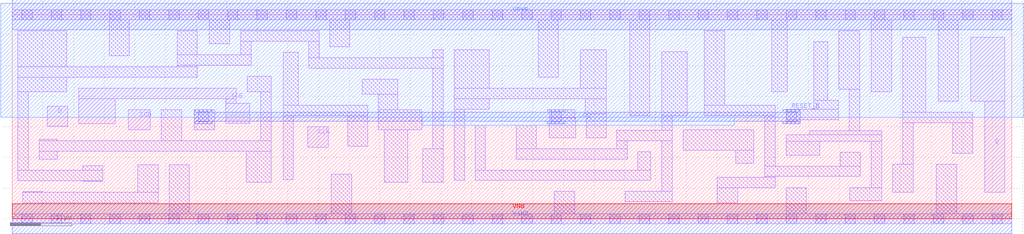
<source format=lef>
# Copyright 2020 The SkyWater PDK Authors
#
# Licensed under the Apache License, Version 2.0 (the "License");
# you may not use this file except in compliance with the License.
# You may obtain a copy of the License at
#
#     https://www.apache.org/licenses/LICENSE-2.0
#
# Unless required by applicable law or agreed to in writing, software
# distributed under the License is distributed on an "AS IS" BASIS,
# WITHOUT WARRANTIES OR CONDITIONS OF ANY KIND, either express or implied.
# See the License for the specific language governing permissions and
# limitations under the License.
#
# SPDX-License-Identifier: Apache-2.0

VERSION 5.7 ;
  NOWIREEXTENSIONATPIN ON ;
  DIVIDERCHAR "/" ;
  BUSBITCHARS "[]" ;
MACRO sky130_fd_sc_lp__sdfrtp_lp2
  CLASS CORE ;
  FOREIGN sky130_fd_sc_lp__sdfrtp_lp2 ;
  ORIGIN  0.000000  0.000000 ;
  SIZE  16.32000 BY  3.330000 ;
  SYMMETRY R90 ;
  SITE unit ;
  PIN D
    ANTENNAGATEAREA  0.313000 ;
    DIRECTION INPUT ;
    USE SIGNAL ;
    PORT
      LAYER li1 ;
        RECT 0.575000 1.510000 0.905000 1.840000 ;
    END
  END D
  PIN Q
    ANTENNADIFFAREA  0.404700 ;
    DIRECTION OUTPUT ;
    USE SIGNAL ;
    PORT
      LAYER li1 ;
        RECT 15.645000 1.920000 16.205000 2.960000 ;
        RECT 15.875000 0.430000 16.205000 1.920000 ;
    END
  END Q
  PIN RESET_B
    ANTENNAGATEAREA  0.939000 ;
    DIRECTION INPUT ;
    USE SIGNAL ;
    PORT
      LAYER met1 ;
        RECT  2.975000 1.550000  3.265000 1.595000 ;
        RECT  2.975000 1.595000 12.865000 1.735000 ;
        RECT  2.975000 1.735000  3.265000 1.780000 ;
        RECT  8.735000 1.550000  9.025000 1.595000 ;
        RECT  8.735000 1.735000  9.025000 1.780000 ;
        RECT 12.575000 1.550000 12.865000 1.595000 ;
        RECT 12.575000 1.735000 12.865000 1.780000 ;
    END
  END RESET_B
  PIN SCD
    ANTENNAGATEAREA  0.313000 ;
    DIRECTION INPUT ;
    USE SIGNAL ;
    PORT
      LAYER li1 ;
        RECT 1.895000 1.450000 2.255000 1.780000 ;
    END
  END SCD
  PIN SCE
    ANTENNAGATEAREA  0.689000 ;
    DIRECTION INPUT ;
    USE SIGNAL ;
    PORT
      LAYER li1 ;
        RECT 1.085000 1.550000 1.685000 1.960000 ;
        RECT 1.085000 1.960000 3.655000 2.130000 ;
        RECT 3.485000 1.555000 3.875000 1.885000 ;
        RECT 3.485000 1.885000 3.655000 1.960000 ;
    END
  END SCE
  PIN CLK
    ANTENNAGATEAREA  0.376000 ;
    DIRECTION INPUT ;
    USE CLOCK ;
    PORT
      LAYER li1 ;
        RECT 4.825000 1.170000 5.155000 1.500000 ;
    END
  END CLK
  PIN VGND
    DIRECTION INOUT ;
    USE GROUND ;
    PORT
      LAYER met1 ;
        RECT 0.000000 -0.245000 16.320000 0.245000 ;
    END
  END VGND
  PIN VNB
    DIRECTION INOUT ;
    USE GROUND ;
    PORT
      LAYER pwell ;
        RECT 0.000000 0.000000 16.320000 0.245000 ;
    END
  END VNB
  PIN VPB
    DIRECTION INOUT ;
    USE POWER ;
    PORT
      LAYER nwell ;
        RECT -0.190000 1.655000 16.510000 3.520000 ;
        RECT  6.705000 1.525000 11.790000 1.655000 ;
    END
  END VPB
  PIN VPWR
    DIRECTION INOUT ;
    USE POWER ;
    PORT
      LAYER met1 ;
        RECT 0.000000 3.085000 16.320000 3.575000 ;
    END
  END VPWR
  OBS
    LAYER li1 ;
      RECT  0.000000 -0.085000 16.320000 0.085000 ;
      RECT  0.000000  3.245000 16.320000 3.415000 ;
      RECT  0.090000  0.620000  1.480000 0.790000 ;
      RECT  0.090000  0.790000  0.260000 2.075000 ;
      RECT  0.090000  2.075000  0.890000 2.310000 ;
      RECT  0.090000  2.310000  3.020000 2.480000 ;
      RECT  0.090000  2.480000  0.890000 3.065000 ;
      RECT  0.170000  0.265000  2.380000 0.435000 ;
      RECT  0.170000  0.435000  0.500000 0.440000 ;
      RECT  0.440000  0.970000  0.735000 1.100000 ;
      RECT  0.440000  1.100000  4.225000 1.270000 ;
      RECT  0.440000  1.270000  0.735000 1.300000 ;
      RECT  1.150000  0.615000  1.480000 0.620000 ;
      RECT  1.150000  0.790000  1.480000 0.865000 ;
      RECT  1.580000  2.660000  1.910000 3.245000 ;
      RECT  2.050000  0.435000  2.380000 0.880000 ;
      RECT  2.435000  1.270000  2.765000 1.780000 ;
      RECT  2.560000  0.085000  2.890000 0.880000 ;
      RECT  2.690000  2.480000  3.020000 2.505000 ;
      RECT  2.690000  2.505000  3.900000 2.675000 ;
      RECT  2.690000  2.675000  3.020000 3.065000 ;
      RECT  2.975000  1.450000  3.305000 1.780000 ;
      RECT  3.220000  2.855000  3.550000 3.245000 ;
      RECT  3.730000  2.675000  3.900000 2.895000 ;
      RECT  3.730000  2.895000  5.010000 3.065000 ;
      RECT  3.820000  0.595000  4.225000 1.100000 ;
      RECT  3.835000  2.075000  4.225000 2.325000 ;
      RECT  4.055000  1.270000  4.225000 2.075000 ;
      RECT  4.420000  0.635000  4.590000 1.680000 ;
      RECT  4.420000  1.680000  5.805000 1.850000 ;
      RECT  4.420000  1.850000  4.670000 2.715000 ;
      RECT  4.840000  2.460000  7.035000 2.630000 ;
      RECT  4.840000  2.630000  5.010000 2.895000 ;
      RECT  5.180000  2.810000  5.510000 3.245000 ;
      RECT  5.210000  0.085000  5.540000 0.725000 ;
      RECT  5.475000  1.180000  5.805000 1.680000 ;
      RECT  5.710000  2.030000  6.290000 2.280000 ;
      RECT  5.975000  1.450000  6.685000 1.780000 ;
      RECT  5.975000  1.780000  6.290000 2.030000 ;
      RECT  6.070000  0.595000  6.455000 1.450000 ;
      RECT  6.705000  0.595000  7.035000 1.145000 ;
      RECT  6.865000  1.145000  7.035000 2.460000 ;
      RECT  6.865000  2.630000  7.035000 2.755000 ;
      RECT  7.215000  0.625000  7.385000 1.790000 ;
      RECT  7.215000  1.790000  7.790000 1.960000 ;
      RECT  7.215000  1.960000  9.700000 2.130000 ;
      RECT  7.215000  2.130000  7.790000 2.755000 ;
      RECT  7.555000  0.625000 10.425000 0.795000 ;
      RECT  7.555000  0.795000  7.725000 1.525000 ;
      RECT  8.225000  0.975000 10.040000 1.145000 ;
      RECT  8.225000  1.145000  8.555000 1.525000 ;
      RECT  8.585000  2.310000  8.915000 3.245000 ;
      RECT  8.765000  1.325000  9.200000 1.645000 ;
      RECT  8.765000  1.645000  9.185000 1.780000 ;
      RECT  8.850000  0.085000  9.180000 0.445000 ;
      RECT  9.275000  2.130000  9.700000 2.755000 ;
      RECT  9.355000  1.715000  9.700000 1.960000 ;
      RECT  9.370000  1.325000  9.700000 1.715000 ;
      RECT  9.870000  1.145000 10.040000 1.275000 ;
      RECT  9.870000  1.275000 10.775000 1.445000 ;
      RECT 10.005000  0.275000 10.775000 0.445000 ;
      RECT 10.080000  1.685000 10.410000 3.245000 ;
      RECT 10.210000  0.795000 10.425000 1.095000 ;
      RECT 10.605000  0.445000 10.775000 1.275000 ;
      RECT 10.605000  1.445000 10.775000 1.685000 ;
      RECT 10.605000  1.685000 11.020000 2.725000 ;
      RECT 10.955000  1.120000 12.105000 1.450000 ;
      RECT 11.300000  1.685000 12.455000 1.855000 ;
      RECT 11.300000  1.855000 11.630000 3.065000 ;
      RECT 11.510000  0.265000 11.840000 0.505000 ;
      RECT 11.510000  0.505000 12.455000 0.675000 ;
      RECT 11.815000  0.910000 12.105000 1.120000 ;
      RECT 12.285000  0.675000 12.455000 0.690000 ;
      RECT 12.285000  0.690000 13.845000 0.860000 ;
      RECT 12.285000  0.860000 12.455000 1.685000 ;
      RECT 12.400000  2.075000 12.650000 3.245000 ;
      RECT 12.635000  0.085000 12.965000 0.510000 ;
      RECT 12.635000  1.040000 13.185000 1.265000 ;
      RECT 12.635000  1.265000 14.195000 1.370000 ;
      RECT 12.635000  1.550000 12.835000 1.615000 ;
      RECT 12.635000  1.615000 13.485000 1.785000 ;
      RECT 13.015000  1.370000 14.195000 1.435000 ;
      RECT 13.085000  1.785000 13.485000 1.935000 ;
      RECT 13.085000  1.935000 13.315000 2.890000 ;
      RECT 13.495000  2.115000 13.835000 3.065000 ;
      RECT 13.515000  0.860000 13.845000 1.085000 ;
      RECT 13.665000  1.435000 13.835000 2.115000 ;
      RECT 13.670000  0.295000 14.195000 0.510000 ;
      RECT 14.025000  0.510000 14.195000 1.265000 ;
      RECT 14.025000  2.075000 14.355000 3.245000 ;
      RECT 14.375000  0.430000 14.705000 0.890000 ;
      RECT 14.535000  0.890000 14.705000 1.570000 ;
      RECT 14.535000  1.570000 15.680000 1.740000 ;
      RECT 14.535000  1.740000 14.915000 2.960000 ;
      RECT 15.085000  0.085000 15.415000 0.890000 ;
      RECT 15.115000  1.920000 15.445000 3.245000 ;
      RECT 15.350000  1.070000 15.680000 1.570000 ;
    LAYER mcon ;
      RECT  0.155000 -0.085000  0.325000 0.085000 ;
      RECT  0.155000  3.245000  0.325000 3.415000 ;
      RECT  0.635000 -0.085000  0.805000 0.085000 ;
      RECT  0.635000  3.245000  0.805000 3.415000 ;
      RECT  1.115000 -0.085000  1.285000 0.085000 ;
      RECT  1.115000  3.245000  1.285000 3.415000 ;
      RECT  1.595000 -0.085000  1.765000 0.085000 ;
      RECT  1.595000  3.245000  1.765000 3.415000 ;
      RECT  2.075000 -0.085000  2.245000 0.085000 ;
      RECT  2.075000  3.245000  2.245000 3.415000 ;
      RECT  2.555000 -0.085000  2.725000 0.085000 ;
      RECT  2.555000  3.245000  2.725000 3.415000 ;
      RECT  3.035000 -0.085000  3.205000 0.085000 ;
      RECT  3.035000  1.580000  3.205000 1.750000 ;
      RECT  3.035000  3.245000  3.205000 3.415000 ;
      RECT  3.515000 -0.085000  3.685000 0.085000 ;
      RECT  3.515000  3.245000  3.685000 3.415000 ;
      RECT  3.995000 -0.085000  4.165000 0.085000 ;
      RECT  3.995000  3.245000  4.165000 3.415000 ;
      RECT  4.475000 -0.085000  4.645000 0.085000 ;
      RECT  4.475000  3.245000  4.645000 3.415000 ;
      RECT  4.955000 -0.085000  5.125000 0.085000 ;
      RECT  4.955000  3.245000  5.125000 3.415000 ;
      RECT  5.435000 -0.085000  5.605000 0.085000 ;
      RECT  5.435000  3.245000  5.605000 3.415000 ;
      RECT  5.915000 -0.085000  6.085000 0.085000 ;
      RECT  5.915000  3.245000  6.085000 3.415000 ;
      RECT  6.395000 -0.085000  6.565000 0.085000 ;
      RECT  6.395000  3.245000  6.565000 3.415000 ;
      RECT  6.875000 -0.085000  7.045000 0.085000 ;
      RECT  6.875000  3.245000  7.045000 3.415000 ;
      RECT  7.355000 -0.085000  7.525000 0.085000 ;
      RECT  7.355000  3.245000  7.525000 3.415000 ;
      RECT  7.835000 -0.085000  8.005000 0.085000 ;
      RECT  7.835000  3.245000  8.005000 3.415000 ;
      RECT  8.315000 -0.085000  8.485000 0.085000 ;
      RECT  8.315000  3.245000  8.485000 3.415000 ;
      RECT  8.795000 -0.085000  8.965000 0.085000 ;
      RECT  8.795000  1.580000  8.965000 1.750000 ;
      RECT  8.795000  3.245000  8.965000 3.415000 ;
      RECT  9.275000 -0.085000  9.445000 0.085000 ;
      RECT  9.275000  3.245000  9.445000 3.415000 ;
      RECT  9.755000 -0.085000  9.925000 0.085000 ;
      RECT  9.755000  3.245000  9.925000 3.415000 ;
      RECT 10.235000 -0.085000 10.405000 0.085000 ;
      RECT 10.235000  3.245000 10.405000 3.415000 ;
      RECT 10.715000 -0.085000 10.885000 0.085000 ;
      RECT 10.715000  3.245000 10.885000 3.415000 ;
      RECT 11.195000 -0.085000 11.365000 0.085000 ;
      RECT 11.195000  3.245000 11.365000 3.415000 ;
      RECT 11.675000 -0.085000 11.845000 0.085000 ;
      RECT 11.675000  3.245000 11.845000 3.415000 ;
      RECT 12.155000 -0.085000 12.325000 0.085000 ;
      RECT 12.155000  3.245000 12.325000 3.415000 ;
      RECT 12.635000 -0.085000 12.805000 0.085000 ;
      RECT 12.635000  1.580000 12.805000 1.750000 ;
      RECT 12.635000  3.245000 12.805000 3.415000 ;
      RECT 13.115000 -0.085000 13.285000 0.085000 ;
      RECT 13.115000  3.245000 13.285000 3.415000 ;
      RECT 13.595000 -0.085000 13.765000 0.085000 ;
      RECT 13.595000  3.245000 13.765000 3.415000 ;
      RECT 14.075000 -0.085000 14.245000 0.085000 ;
      RECT 14.075000  3.245000 14.245000 3.415000 ;
      RECT 14.555000 -0.085000 14.725000 0.085000 ;
      RECT 14.555000  3.245000 14.725000 3.415000 ;
      RECT 15.035000 -0.085000 15.205000 0.085000 ;
      RECT 15.035000  3.245000 15.205000 3.415000 ;
      RECT 15.515000 -0.085000 15.685000 0.085000 ;
      RECT 15.515000  3.245000 15.685000 3.415000 ;
      RECT 15.995000 -0.085000 16.165000 0.085000 ;
      RECT 15.995000  3.245000 16.165000 3.415000 ;
  END
END sky130_fd_sc_lp__sdfrtp_lp2
END LIBRARY

</source>
